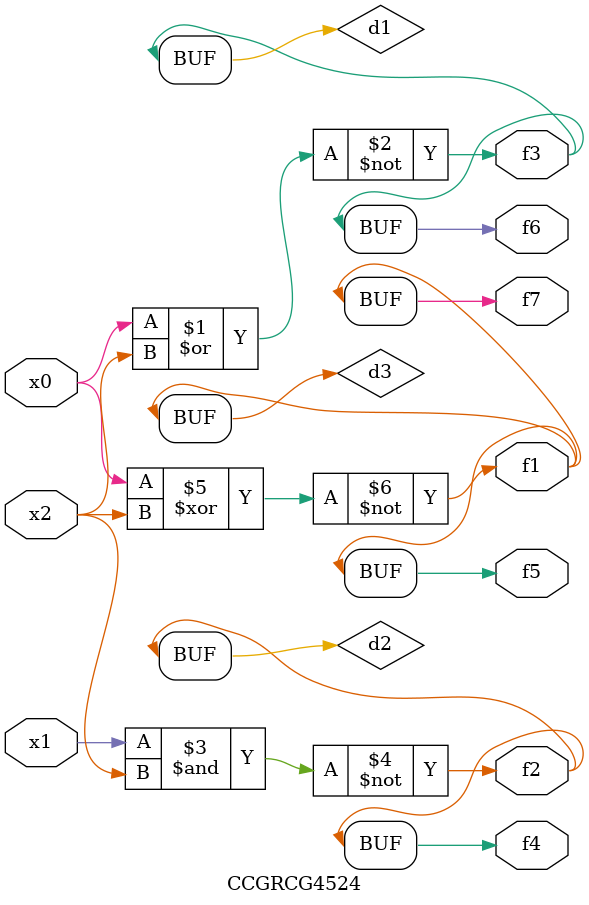
<source format=v>
module CCGRCG4524(
	input x0, x1, x2,
	output f1, f2, f3, f4, f5, f6, f7
);

	wire d1, d2, d3;

	nor (d1, x0, x2);
	nand (d2, x1, x2);
	xnor (d3, x0, x2);
	assign f1 = d3;
	assign f2 = d2;
	assign f3 = d1;
	assign f4 = d2;
	assign f5 = d3;
	assign f6 = d1;
	assign f7 = d3;
endmodule

</source>
